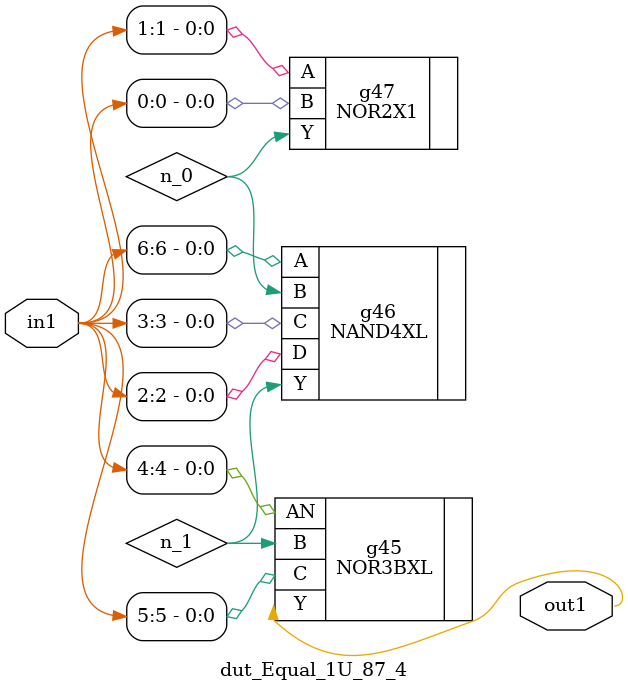
<source format=v>
`timescale 1ps / 1ps


module dut_Equal_1U_87_4(in1, out1);
  input [6:0] in1;
  output out1;
  wire [6:0] in1;
  wire out1;
  wire n_0, n_1;
  NOR3BXL g45(.AN (in1[4]), .B (n_1), .C (in1[5]), .Y (out1));
  NAND4XL g46(.A (in1[6]), .B (n_0), .C (in1[3]), .D (in1[2]), .Y
       (n_1));
  NOR2X1 g47(.A (in1[1]), .B (in1[0]), .Y (n_0));
endmodule



</source>
